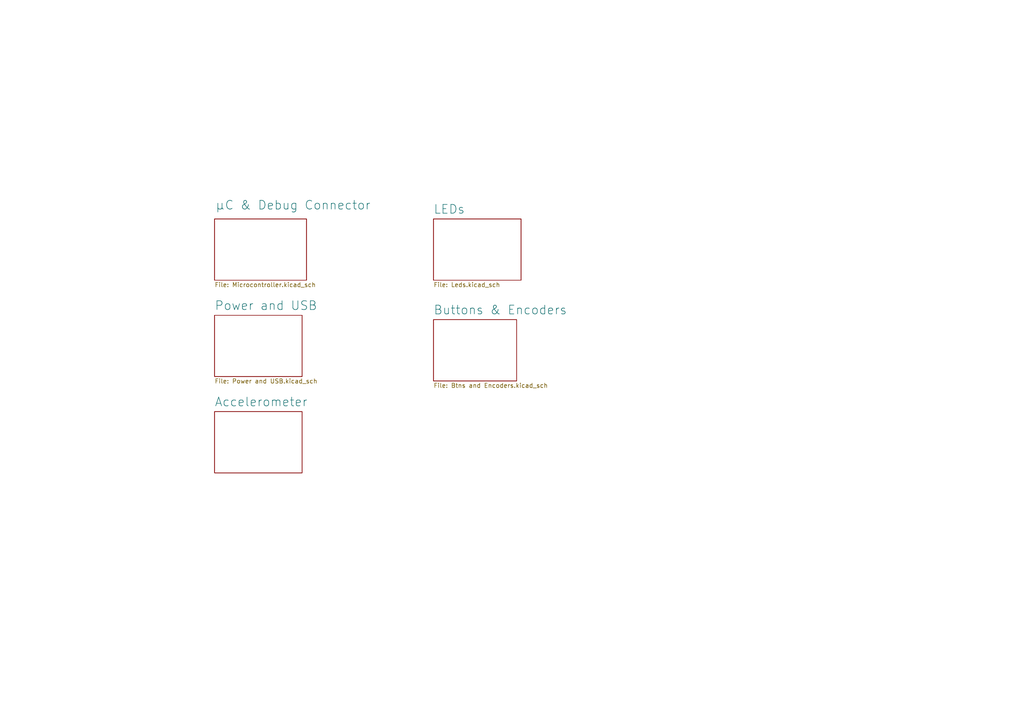
<source format=kicad_sch>
(kicad_sch
	(version 20231120)
	(generator "eeschema")
	(generator_version "8.0")
	(uuid "8b8515f0-2a7a-4fc4-bc5a-86877c499298")
	(paper "A4")
	(title_block
		(title "Pomodoro_Clock")
		(date "2024-02-29")
		(rev "1")
		(company "Max Koell (c)")
	)
	(lib_symbols)
	(sheet
		(at 125.73 63.5)
		(size 25.4 17.78)
		(fields_autoplaced yes)
		(stroke
			(width 0.1524)
			(type solid)
		)
		(fill
			(color 0 0 0 0.0000)
		)
		(uuid "229321d6-581c-43f0-99a7-d20c362b1348")
		(property "Sheetname" "LEDs"
			(at 125.73 62.1534 0)
			(effects
				(font
					(size 2.54 2.54)
				)
				(justify left bottom)
			)
		)
		(property "Sheetfile" "Leds.kicad_sch"
			(at 125.73 81.8646 0)
			(effects
				(font
					(size 1.27 1.27)
				)
				(justify left top)
			)
		)
		(instances
			(project "Pomodoro_V1"
				(path "/8b8515f0-2a7a-4fc4-bc5a-86877c499298"
					(page "4")
				)
			)
		)
	)
	(sheet
		(at 62.23 63.5)
		(size 26.67 17.78)
		(stroke
			(width 0.1524)
			(type solid)
		)
		(fill
			(color 0 0 0 0.0000)
		)
		(uuid "589e55ff-1d3f-4490-b486-4d855508e312")
		(property "Sheetname" "µC & Debug Connector"
			(at 62.484 60.96 0)
			(effects
				(font
					(size 2.54 2.54)
				)
				(justify left bottom)
			)
		)
		(property "Sheetfile" "Microcontroller.kicad_sch"
			(at 62.23 81.8646 0)
			(effects
				(font
					(size 1.27 1.27)
				)
				(justify left top)
			)
		)
		(instances
			(project "Pomodoro_V1"
				(path "/8b8515f0-2a7a-4fc4-bc5a-86877c499298"
					(page "2")
				)
			)
		)
	)
	(sheet
		(at 62.23 119.38)
		(size 25.4 17.78)
		(fields_autoplaced yes)
		(stroke
			(width 0.1524)
			(type solid)
		)
		(fill
			(color 0 0 0 0.0000)
		)
		(uuid "9f2433d1-940c-48a8-ba5b-cf06fc1a113d")
		(property "Sheetname" "Accelerometer"
			(at 62.23 118.0334 0)
			(effects
				(font
					(size 2.54 2.54)
				)
				(justify left bottom)
			)
		)
		(property "Sheetfile" "Accelerometer.kicad_sch"
			(at 62.23 137.7446 0)
			(effects
				(font
					(size 1.27 1.27)
				)
				(justify left top)
				(hide yes)
			)
		)
		(instances
			(project "Pomodoro_V1"
				(path "/8b8515f0-2a7a-4fc4-bc5a-86877c499298"
					(page "9")
				)
			)
		)
	)
	(sheet
		(at 125.73 92.71)
		(size 24.13 17.78)
		(fields_autoplaced yes)
		(stroke
			(width 0.1524)
			(type solid)
		)
		(fill
			(color 0 0 0 0.0000)
		)
		(uuid "ab4f010b-4231-44f0-8626-d2d2bbd16dcb")
		(property "Sheetname" "Buttons & Encoders"
			(at 125.73 91.3634 0)
			(effects
				(font
					(size 2.54 2.54)
				)
				(justify left bottom)
			)
		)
		(property "Sheetfile" "Btns and Encoders.kicad_sch"
			(at 125.73 111.0746 0)
			(effects
				(font
					(size 1.27 1.27)
				)
				(justify left top)
			)
		)
		(instances
			(project "Pomodoro_V1"
				(path "/8b8515f0-2a7a-4fc4-bc5a-86877c499298"
					(page "5")
				)
			)
		)
	)
	(sheet
		(at 62.23 91.44)
		(size 25.4 17.78)
		(fields_autoplaced yes)
		(stroke
			(width 0.1524)
			(type solid)
		)
		(fill
			(color 0 0 0 0.0000)
		)
		(uuid "c20a1c8e-0ee1-4126-8fbd-8f08b75441fd")
		(property "Sheetname" "Power and USB"
			(at 62.23 90.0934 0)
			(effects
				(font
					(size 2.54 2.54)
				)
				(justify left bottom)
			)
		)
		(property "Sheetfile" "Power and USB.kicad_sch"
			(at 62.23 109.8046 0)
			(effects
				(font
					(size 1.27 1.27)
				)
				(justify left top)
			)
		)
		(instances
			(project "Pomodoro_V1"
				(path "/8b8515f0-2a7a-4fc4-bc5a-86877c499298"
					(page "3")
				)
			)
		)
	)
	(sheet_instances
		(path "/"
			(page "1")
		)
	)
)
</source>
